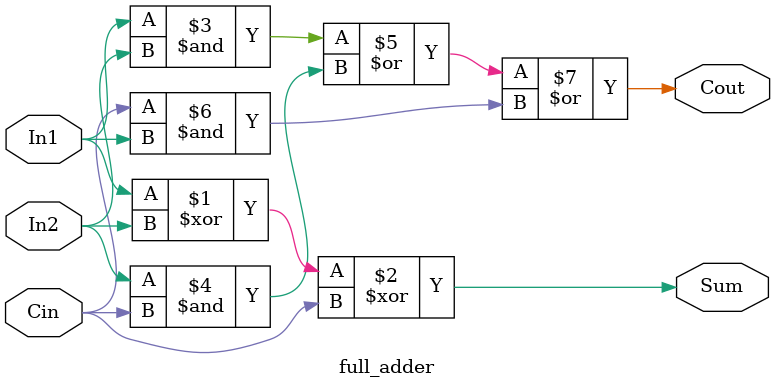
<source format=v>
module full_adder (input In1, In2, Cin, output Sum, Cout);

assign Sum  = (In1 ^ In2) ^ Cin;

assign Cout = (In1 & In2) | (In2 & Cin) | (Cin & In1);

endmodule


</source>
